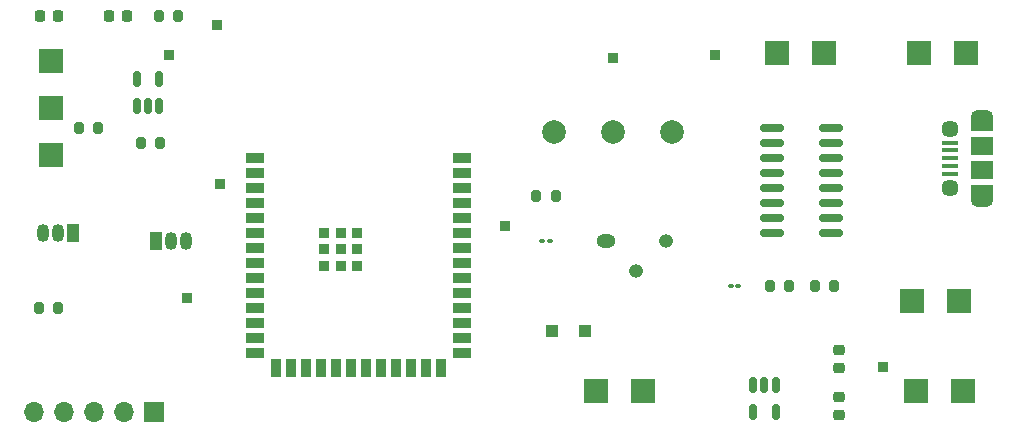
<source format=gts>
G04 #@! TF.GenerationSoftware,KiCad,Pcbnew,(6.0.7-1)-1*
G04 #@! TF.CreationDate,2022-11-10T23:35:09-08:00*
G04 #@! TF.ProjectId,Lightsaber,4c696768-7473-4616-9265-722e6b696361,rev?*
G04 #@! TF.SameCoordinates,Original*
G04 #@! TF.FileFunction,Soldermask,Top*
G04 #@! TF.FilePolarity,Negative*
%FSLAX46Y46*%
G04 Gerber Fmt 4.6, Leading zero omitted, Abs format (unit mm)*
G04 Created by KiCad (PCBNEW (6.0.7-1)-1) date 2022-11-10 23:35:09*
%MOMM*%
%LPD*%
G01*
G04 APERTURE LIST*
G04 Aperture macros list*
%AMRoundRect*
0 Rectangle with rounded corners*
0 $1 Rounding radius*
0 $2 $3 $4 $5 $6 $7 $8 $9 X,Y pos of 4 corners*
0 Add a 4 corners polygon primitive as box body*
4,1,4,$2,$3,$4,$5,$6,$7,$8,$9,$2,$3,0*
0 Add four circle primitives for the rounded corners*
1,1,$1+$1,$2,$3*
1,1,$1+$1,$4,$5*
1,1,$1+$1,$6,$7*
1,1,$1+$1,$8,$9*
0 Add four rect primitives between the rounded corners*
20,1,$1+$1,$2,$3,$4,$5,0*
20,1,$1+$1,$4,$5,$6,$7,0*
20,1,$1+$1,$6,$7,$8,$9,0*
20,1,$1+$1,$8,$9,$2,$3,0*%
G04 Aperture macros list end*
%ADD10R,2.000000X2.000000*%
%ADD11R,1.700000X1.700000*%
%ADD12O,1.700000X1.700000*%
%ADD13R,0.850000X0.850000*%
%ADD14RoundRect,0.200000X0.200000X0.275000X-0.200000X0.275000X-0.200000X-0.275000X0.200000X-0.275000X0*%
%ADD15O,1.600000X1.200000*%
%ADD16O,1.200000X1.200000*%
%ADD17RoundRect,0.150000X0.150000X-0.512500X0.150000X0.512500X-0.150000X0.512500X-0.150000X-0.512500X0*%
%ADD18RoundRect,0.200000X-0.200000X-0.275000X0.200000X-0.275000X0.200000X0.275000X-0.200000X0.275000X0*%
%ADD19R,1.100000X1.100000*%
%ADD20C,2.000000*%
%ADD21RoundRect,0.100000X-0.130000X-0.100000X0.130000X-0.100000X0.130000X0.100000X-0.130000X0.100000X0*%
%ADD22RoundRect,0.225000X0.250000X-0.225000X0.250000X0.225000X-0.250000X0.225000X-0.250000X-0.225000X0*%
%ADD23RoundRect,0.225000X-0.225000X-0.250000X0.225000X-0.250000X0.225000X0.250000X-0.225000X0.250000X0*%
%ADD24R,1.500000X0.900000*%
%ADD25R,0.900000X1.500000*%
%ADD26R,0.900000X0.900000*%
%ADD27R,1.050000X1.500000*%
%ADD28O,1.050000X1.500000*%
%ADD29RoundRect,0.150000X-0.150000X0.512500X-0.150000X-0.512500X0.150000X-0.512500X0.150000X0.512500X0*%
%ADD30R,1.350000X0.400000*%
%ADD31C,1.450000*%
%ADD32R,1.900000X1.200000*%
%ADD33O,1.900000X1.200000*%
%ADD34R,1.900000X1.500000*%
%ADD35RoundRect,0.150000X-0.850000X-0.150000X0.850000X-0.150000X0.850000X0.150000X-0.850000X0.150000X0*%
G04 APERTURE END LIST*
D10*
X107315000Y-85090000D03*
X107315000Y-89090000D03*
X107315000Y-93090000D03*
D11*
X116078000Y-114808000D03*
D12*
X113538000Y-114808000D03*
X110998000Y-114808000D03*
X108458000Y-114808000D03*
X105918000Y-114808000D03*
D13*
X177800000Y-110998000D03*
X145796000Y-99060000D03*
X154940000Y-84836000D03*
X163576000Y-84582000D03*
X121666000Y-95504000D03*
X121412000Y-82042000D03*
X117348000Y-84582000D03*
X118872000Y-105156000D03*
D14*
X111315000Y-90805000D03*
X109665000Y-90805000D03*
D15*
X154305000Y-100330000D03*
D16*
X156845000Y-102870000D03*
X159385000Y-100330000D03*
D17*
X114620000Y-86625000D03*
X116520000Y-86625000D03*
X116520000Y-88900000D03*
X115570000Y-88900000D03*
X114620000Y-88900000D03*
D10*
X180785000Y-84455000D03*
X184785000Y-84455000D03*
D18*
X148400000Y-96520000D03*
X150050000Y-96520000D03*
X118110000Y-81280000D03*
X116460000Y-81280000D03*
D19*
X149730000Y-107950000D03*
X152530000Y-107950000D03*
D10*
X184245000Y-105410000D03*
X180245000Y-105410000D03*
D20*
X149940000Y-91130000D03*
X154940000Y-91130000D03*
X159940000Y-91130000D03*
D21*
X149545000Y-100330000D03*
X148905000Y-100330000D03*
D22*
X174085000Y-113525000D03*
X174085000Y-115075000D03*
D23*
X107950000Y-81280000D03*
X106400000Y-81280000D03*
D22*
X174085000Y-109575000D03*
X174085000Y-111125000D03*
D24*
X124600000Y-93340000D03*
X124600000Y-94610000D03*
X124600000Y-95880000D03*
X124600000Y-97150000D03*
X124600000Y-98420000D03*
X124600000Y-99690000D03*
X124600000Y-100960000D03*
X124600000Y-102230000D03*
X124600000Y-103500000D03*
X124600000Y-104770000D03*
X124600000Y-106040000D03*
X124600000Y-107310000D03*
X124600000Y-108580000D03*
X124600000Y-109850000D03*
D25*
X126365000Y-111100000D03*
X127635000Y-111100000D03*
X128905000Y-111100000D03*
X130175000Y-111100000D03*
X131445000Y-111100000D03*
X132715000Y-111100000D03*
X133985000Y-111100000D03*
X135255000Y-111100000D03*
X136525000Y-111100000D03*
X137795000Y-111100000D03*
X139065000Y-111100000D03*
X140335000Y-111100000D03*
D24*
X142100000Y-109850000D03*
X142100000Y-108580000D03*
X142100000Y-107310000D03*
X142100000Y-106040000D03*
X142100000Y-104770000D03*
X142100000Y-103500000D03*
X142100000Y-102230000D03*
X142100000Y-100960000D03*
X142100000Y-99690000D03*
X142100000Y-98420000D03*
X142100000Y-97150000D03*
X142100000Y-95880000D03*
X142100000Y-94610000D03*
X142100000Y-93340000D03*
D26*
X131850000Y-102460000D03*
X130450000Y-102460000D03*
X131850000Y-101060000D03*
X133250000Y-102460000D03*
X130450000Y-101060000D03*
X131850000Y-99660000D03*
X133250000Y-99660000D03*
X133250000Y-101060000D03*
X130450000Y-99660000D03*
D10*
X180530000Y-113030000D03*
X184530000Y-113030000D03*
D18*
X168180000Y-104140000D03*
X169830000Y-104140000D03*
D23*
X112255000Y-81280000D03*
X113805000Y-81280000D03*
D27*
X109220000Y-99695000D03*
D28*
X107950000Y-99695000D03*
X106680000Y-99695000D03*
D18*
X106300000Y-106045000D03*
X107950000Y-106045000D03*
D29*
X168685000Y-112527500D03*
X167735000Y-112527500D03*
X166785000Y-112527500D03*
X166785000Y-114802500D03*
X168685000Y-114802500D03*
D10*
X153480000Y-113030000D03*
X157480000Y-113030000D03*
X168815000Y-84455000D03*
X172815000Y-84455000D03*
D27*
X116205000Y-100330000D03*
D28*
X117475000Y-100330000D03*
X118745000Y-100330000D03*
D18*
X114935000Y-92075000D03*
X116585000Y-92075000D03*
D21*
X165515000Y-104140000D03*
X164875000Y-104140000D03*
D18*
X173640000Y-104140000D03*
X171990000Y-104140000D03*
D30*
X183449500Y-94645000D03*
X183449500Y-93995000D03*
X183449500Y-93345000D03*
X183449500Y-92695000D03*
X183449500Y-92045000D03*
D31*
X183449500Y-95845000D03*
D32*
X186149500Y-96245000D03*
D33*
X186149500Y-96845000D03*
D34*
X186149500Y-92345000D03*
D33*
X186149500Y-89845000D03*
D32*
X186149500Y-90445000D03*
D34*
X186149500Y-94345000D03*
D31*
X183449500Y-90845000D03*
D35*
X168410000Y-90805000D03*
X168410000Y-92075000D03*
X168410000Y-93345000D03*
X168410000Y-94615000D03*
X168410000Y-95885000D03*
X168410000Y-97155000D03*
X168410000Y-98425000D03*
X168410000Y-99695000D03*
X173410000Y-99695000D03*
X173410000Y-98425000D03*
X173410000Y-97155000D03*
X173410000Y-95885000D03*
X173410000Y-94615000D03*
X173410000Y-93345000D03*
X173410000Y-92075000D03*
X173410000Y-90805000D03*
M02*

</source>
